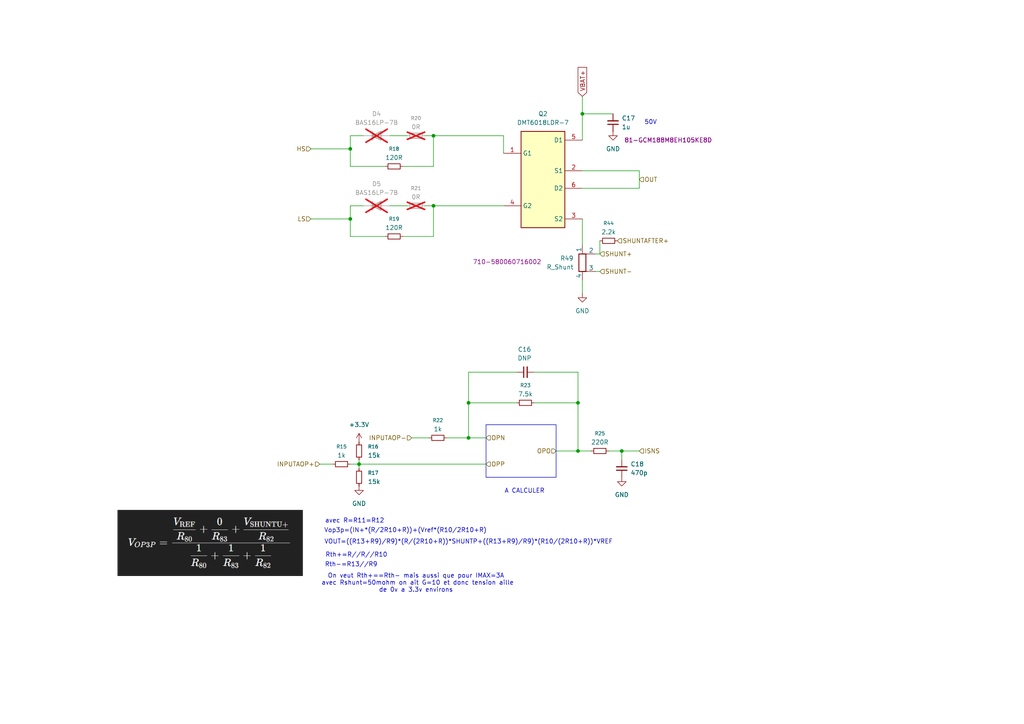
<source format=kicad_sch>
(kicad_sch (version 20250114) (generator "eeschema") (generator_version "9.0")
  (paper "A4")
  (lib_symbols
    (symbol "Device:C_Small" (pin_numbers (hide yes)) (pin_names (offset 0.254) (hide yes))
      (property "Reference" "C" (at 0.254 1.778 0))
      (property "Value" "C_Small" (at 0.254 -2.032 0))
      (symbol "C_Small_0_1"
        (polyline (pts (xy -1.524 0.508) (xy 1.524 0.508)) (stroke (width 0.3048)))
        (polyline (pts (xy -1.524 -0.508) (xy 1.524 -0.508)) (stroke (width 0.3302)))
      )
      (symbol "C_Small_1_1"
        (pin passive line (at 0 2.54 270) (length 2.032) (name "~") (number "1"))
        (pin passive line (at 0 -2.54 90) (length 2.032) (name "~") (number "2"))
      )
    )
    (symbol "Device:R_Shunt" (pin_numbers (hide yes)) (pin_names (offset 0))
      (property "Reference" "R" (at -4.445 0 90))
      (property "Value" "R_Shunt" (at -2.54 0 90))
      (symbol "R_Shunt_0_1"
        (rectangle (start -1.016 -2.54) (end 1.016 2.54) (stroke (width 0.254)))
        (polyline (pts (xy 0 -2.54) (xy 1.27 -2.54)))
        (polyline (pts (xy 1.27 2.54) (xy 0 2.54)))
      )
      (symbol "R_Shunt_1_1"
        (pin passive line (at 0 5.08 270) (length 2.54) (name "1") (number "1"))
        (pin passive line (at 0 -5.08 90) (length 2.54) (name "4") (number "4"))
        (pin passive line (at 3.81 2.54 180) (length 2.54) (name "2") (number "2"))
        (pin passive line (at 3.81 -2.54 180) (length 2.54) (name "3") (number "3"))
      )
    )
    (symbol "Device:R_Small" (pin_numbers (hide yes)) (pin_names (offset 0.254) (hide yes))
      (property "Reference" "R" (at 0 0 90))
      (property "Value" "R_Small" (at 1.778 0 90))
      (symbol "R_Small_0_1"
        (rectangle (start -0.762 1.778) (end 0.762 -1.778) (stroke (width 0.2032)))
      )
      (symbol "R_Small_1_1"
        (pin passive line (at 0 2.54 270) (length 0.762) (name "~") (number "1"))
        (pin passive line (at 0 -2.54 90) (length 0.762) (name "~") (number "2"))
      )
    )
    (symbol "Diode:1N4148WT" (pin_numbers (hide yes)) (pin_names (hide yes))
      (property "Reference" "D" (at 0 2.54 0))
      (property "Value" "1N4148WT" (at 0 -2.54 0))
      (symbol "1N4148WT_0_1"
        (polyline (pts (xy -1.27 1.27) (xy -1.27 -1.27)) (stroke (width 0.254)))
        (polyline (pts (xy 1.27 1.27) (xy 1.27 -1.27) (xy -1.27 0) (xy 1.27 1.27)) (stroke (width 0.254)))
        (polyline (pts (xy 1.27 0) (xy -1.27 0)))
      )
      (symbol "1N4148WT_1_1"
        (pin passive line (at -3.81 0 0) (length 2.54) (name "K") (number "1"))
        (pin passive line (at 3.81 0 180) (length 2.54) (name "A") (number "2"))
      )
    )
    (symbol "power:+3.3V" (power) (pin_numbers (hide yes)) (pin_names (offset 0) (hide yes))
      (property "Value" "+3.3V" (at 0 3.556 0))
      (symbol "+3.3V_0_1"
        (polyline (pts (xy -0.762 1.27) (xy 0 2.54)))
        (polyline (pts (xy 0 2.54) (xy 0.762 1.27)))
        (polyline (pts (xy 0 0) (xy 0 2.54)))
      )
      (symbol "+3.3V_1_1"
        (pin power_in line (at 0 0 90) (length 0) (name "~") (number "1"))
      )
    )
    (symbol "power:GND" (power) (pin_numbers (hide yes)) (pin_names (offset 0) (hide yes))
      (property "Value" "GND" (at 0 -3.81 0))
      (symbol "GND_0_1"
        (polyline (pts (xy 0 0) (xy 0 -1.27) (xy 1.27 -1.27) (xy 0 -2.54) (xy -1.27 -1.27) (xy 0 -1.27)))
      )
      (symbol "GND_1_1"
        (pin power_in line (at 0 0 270) (length 0) (name "~") (number "1"))
      )
    )
    (symbol "samacsys:DMT6018LDR-7"
      (property "Reference" "Q" (at 19.05 7.62 0))
      (property "Value" "DMT6018LDR-7" (at 19.05 5.08 0))
      (symbol "DMT6018LDR-7_1_1"
        (rectangle (start 5.08 11.43) (end 17.78 -16.51) (stroke (width 0.254)) (fill (type background)))
        (pin passive line (at 0 5.08 0) (length 5.08) (name "G1") (number "1"))
        (pin passive line (at 0 -10.16 0) (length 5.08) (name "G2") (number "4"))
        (pin passive line (at 22.86 8.89 180) (length 5.08) (name "D1") (number "5"))
        (pin passive line (at 22.86 0 180) (length 5.08) (name "S1") (number "2"))
        (pin passive line (at 22.86 -5.08 180) (length 5.08) (name "D2") (number "6"))
        (pin passive line (at 22.86 -13.97 180) (length 5.08) (name "S2") (number "3"))
      )
    )
  )
  (text "VOUT=((R13+R9)/R9)*(R/(2R10+R))*SHUNTP+((R13+R9)/R9)*(R10/(2R10+R))*VREF" (at 135.89 157.226 0) (effects (font (size 1.27 1.27))))
  (text "Rth+=R//R//R10" (at 103.378 161.036 0) (effects (font (size 1.27 1.27))))
  (text "Vop3p=(IN+*(R/2R10+R))+(Vref*(R10/2R10+R)" (at 117.602 153.924 0) (effects (font (size 1.27 1.27))))
  (text "avec R=R11=R12" (at 102.87 151.13 0) (effects (font (size 1.27 1.27))))
  (text "50V" (at 188.722 35.56 0) (effects (font (size 1.27 1.27))))
  (text "A CALCULER\n" (at 152.146 142.494 0) (effects (font (size 1.27 1.27))))
  (text "Rth-=R13//R9" (at 101.854 163.83 0) (effects (font (size 1.27 1.27))))
  (text "On veut Rth+==Rth- mais aussi que pour IMAX=3A\n avec Rshunt=50mohm on ait G=10 et donc tension aille\n de 0v a 3.3v environs " (at 120.65 169.164 0) (effects (font (size 1.27 1.27))))
  (junction (at 125.73 59.69))
  (junction (at 125.73 39.37))
  (junction (at 168.91 33.02))
  (junction (at 167.64 116.84))
  (junction (at 167.64 130.81))
  (junction (at 101.6 43.18))
  (junction (at 135.89 116.84))
  (junction (at 135.89 127))
  (junction (at 180.34 130.81))
  (junction (at 104.14 134.62))
  (junction (at 101.6 63.5))
  (wire (pts (xy 101.6 43.18) (xy 101.6 48.26)))
  (polyline (pts (xy 161.29 123.19) (xy 161.29 138.43)))
  (wire (pts (xy 149.86 107.95) (xy 135.89 107.95)))
  (wire (pts (xy 135.89 107.95) (xy 135.89 116.84)))
  (wire (pts (xy 173.99 69.85) (xy 173.99 73.66)))
  (wire (pts (xy 101.6 59.69) (xy 101.6 63.5)))
  (wire (pts (xy 116.84 68.58) (xy 125.73 68.58)))
  (wire (pts (xy 90.17 63.5) (xy 101.6 63.5)))
  (wire (pts (xy 167.64 107.95) (xy 167.64 116.84)))
  (wire (pts (xy 101.6 39.37) (xy 101.6 43.18)))
  (wire (pts (xy 125.73 59.69) (xy 123.19 59.69)))
  (wire (pts (xy 113.03 59.69) (xy 118.11 59.69)))
  (wire (pts (xy 125.73 39.37) (xy 123.19 39.37)))
  (wire (pts (xy 161.29 130.81) (xy 167.64 130.81)))
  (wire (pts (xy 104.14 134.62) (xy 104.14 133.35)))
  (wire (pts (xy 180.34 133.35) (xy 180.34 130.81)))
  (wire (pts (xy 168.91 49.53) (xy 185.42 49.53)))
  (wire (pts (xy 168.91 33.02) (xy 168.91 40.64)))
  (wire (pts (xy 101.6 134.62) (xy 104.14 134.62)))
  (wire (pts (xy 104.14 134.62) (xy 140.97 134.62)))
  (wire (pts (xy 90.17 43.18) (xy 101.6 43.18)))
  (polyline (pts (xy 140.97 123.19) (xy 140.97 138.43)))
  (wire (pts (xy 125.73 48.26) (xy 125.73 39.37)))
  (wire (pts (xy 185.42 54.61) (xy 168.91 54.61)))
  (wire (pts (xy 101.6 39.37) (xy 105.41 39.37)))
  (wire (pts (xy 149.86 116.84) (xy 135.89 116.84)))
  (wire (pts (xy 154.94 107.95) (xy 167.64 107.95)))
  (wire (pts (xy 119.38 127) (xy 124.46 127)))
  (wire (pts (xy 111.76 48.26) (xy 101.6 48.26)))
  (wire (pts (xy 168.91 63.5) (xy 168.91 71.12)))
  (polyline (pts (xy 140.97 123.19) (xy 161.29 123.19)))
  (wire (pts (xy 125.73 59.69) (xy 146.05 59.69)))
  (wire (pts (xy 172.72 73.66) (xy 173.99 73.66)))
  (wire (pts (xy 180.34 130.81) (xy 185.42 130.81)))
  (wire (pts (xy 185.42 49.53) (xy 185.42 54.61)))
  (wire (pts (xy 167.64 116.84) (xy 167.64 130.81)))
  (wire (pts (xy 167.64 130.81) (xy 171.45 130.81)))
  (wire (pts (xy 135.89 116.84) (xy 135.89 127)))
  (wire (pts (xy 180.34 130.81) (xy 176.53 130.81)))
  (wire (pts (xy 168.91 33.02) (xy 177.8 33.02)))
  (wire (pts (xy 135.89 127) (xy 140.97 127)))
  (wire (pts (xy 129.54 127) (xy 135.89 127)))
  (wire (pts (xy 111.76 68.58) (xy 101.6 68.58)))
  (wire (pts (xy 125.73 68.58) (xy 125.73 59.69)))
  (wire (pts (xy 101.6 63.5) (xy 101.6 68.58)))
  (wire (pts (xy 173.99 78.74) (xy 172.72 78.74)))
  (wire (pts (xy 116.84 48.26) (xy 125.73 48.26)))
  (wire (pts (xy 168.91 27.94) (xy 168.91 33.02)))
  (wire (pts (xy 125.73 39.37) (xy 146.05 39.37)))
  (wire (pts (xy 104.14 134.62) (xy 104.14 135.89)))
  (wire (pts (xy 168.91 81.28) (xy 168.91 85.09)))
  (wire (pts (xy 154.94 116.84) (xy 167.64 116.84)))
  (wire (pts (xy 101.6 59.69) (xy 105.41 59.69)))
  (polyline (pts (xy 161.29 138.43) (xy 140.97 138.43)))
  (wire (pts (xy 113.03 39.37) (xy 118.11 39.37)))
  (wire (pts (xy 92.71 134.62) (xy 96.52 134.62)))
  (wire (pts (xy 146.05 39.37) (xy 146.05 44.45)))
  (image (at 60.96 157.48) (scale 0.383383))
  (global_label "VBAT+" (shape input) (at 168.91 27.94 90) (property "Intersheetrefs" "${INTERSHEET_REFS}" (effects (hide yes))))
  (hierarchical_label "INPUTAOP-" (shape input) (at 119.38 127 180))
  (hierarchical_label "OPO" (shape input) (at 161.29 130.81 180))
  (hierarchical_label "LS" (shape input) (at 90.17 63.5 180))
  (hierarchical_label "ISNS" (shape input) (at 185.42 130.81 0))
  (hierarchical_label "SHUNT+" (shape input) (at 173.99 73.66 0))
  (hierarchical_label "OPP" (shape input) (at 140.97 134.62 0))
  (hierarchical_label "SHUNTAFTER+" (shape input) (at 179.07 69.85 0))
  (hierarchical_label "OPN" (shape input) (at 140.97 127 0))
  (hierarchical_label "INPUTAOP+" (shape input) (at 92.71 134.62 180))
  (hierarchical_label "HS" (shape input) (at 90.17 43.18 180))
  (hierarchical_label "OUT" (shape input) (at 185.42 52.07 0))
  (hierarchical_label "SHUNT-" (shape input) (at 173.99 78.74 0))
  (symbol (lib_id "Device:R_Small") (at 114.3 48.26 90) (unit 1)
    (property "Reference" "R5" (at 114.3 43.18 90) (effects (font (size 1.016 1.016))))
    (property "Value" "120R" (at 114.3 45.72 90))
    (property "Footprint" "Resistor_SMD:R_0201_0603Metric_Pad0.64x0.40mm_HandSolder" (effects (hide yes)))
    (property "Description" "Resistor, small symbol" (effects (hide yes)))
    (instances (project "FOC_CONTROLLER_V1" (path "" (reference "R18") (unit 1)) (path "" (reference "R5") (unit 1)) (path "" (reference "R29") (unit 1))))
  )
  (symbol (lib_id "Device:R_Small") (at 176.53 69.85 90) (unit 1)
    (property "Reference" "R43" (at 176.53 64.77 90) (effects (font (size 1.016 1.016))))
    (property "Value" "2.2k" (at 176.53 67.31 90))
    (property "Footprint" "Resistor_SMD:R_0201_0603Metric_Pad0.64x0.40mm_HandSolder" (effects (hide yes)))
    (property "Description" "Resistor, small symbol" (effects (hide yes)))
    (instances (project "FOC_CONTROLLER_V1" (path "" (reference "R44") (unit 1)) (path "" (reference "R43") (unit 1)) (path "" (reference "R45") (unit 1))))
  )
  (symbol (lib_id "power:GND") (at 168.91 85.09 0) (unit 1)
    (property "Reference" "#PWR018" (effects (hide yes)))
    (property "Value" "GND" (at 168.91 90.17 0))
    (property "Description" "Power symbol creates a global label with name \"GND\" , ground" (effects (hide yes)))
    (instances (project "FOC_CONTROLLER_V1" (path "" (reference "#PWR023") (unit 1)) (path "" (reference "#PWR018") (unit 1)) (path "" (reference "#PWR027") (unit 1))))
  )
  (symbol (lib_id "power:GND") (at 177.8 38.1 0) (unit 1)
    (property "Reference" "#PWR017" (effects (hide yes)))
    (property "Value" "GND" (at 177.8 43.18 0))
    (property "Description" "Power symbol creates a global label with name \"GND\" , ground" (effects (hide yes)))
    (instances (project "FOC_CONTROLLER_V1" (path "" (reference "#PWR024") (unit 1)) (path "" (reference "#PWR017") (unit 1)) (path "" (reference "#PWR028") (unit 1))))
  )
  (symbol (lib_id "Device:R_Small") (at 152.4 116.84 90) (unit 1)
    (property "Reference" "R13" (at 152.4 111.76 90) (effects (font (size 1.016 1.016))))
    (property "Value" "7.5k" (at 152.4 114.3 90))
    (property "Footprint" "Resistor_SMD:R_0201_0603Metric_Pad0.64x0.40mm_HandSolder" (effects (hide yes)))
    (property "Description" "Resistor, small symbol" (effects (hide yes)))
    (instances (project "FOC_CONTROLLER_V1" (path "" (reference "R23") (unit 1)) (path "" (reference "R13") (unit 1)) (path "" (reference "R34") (unit 1))))
  )
  (symbol (lib_id "Device:R_Small") (at 99.06 134.62 90) (unit 1)
    (property "Reference" "R10" (at 99.06 129.54 90) (effects (font (size 1.016 1.016))))
    (property "Value" "1k" (at 99.06 132.08 90))
    (property "Footprint" "Resistor_SMD:R_0201_0603Metric_Pad0.64x0.40mm_HandSolder" (effects (hide yes)))
    (property "Description" "Resistor, small symbol" (effects (hide yes)))
    (instances (project "FOC_CONTROLLER_V1" (path "" (reference "R15") (unit 1)) (path "" (reference "R10") (unit 1)) (path "" (reference "R26") (unit 1))))
  )
  (symbol (lib_id "Device:R_Small") (at 120.65 39.37 90) (unit 1) (dnp yes)
    (property "Reference" "R4" (at 120.65 34.29 90) (effects (font (size 1.016 1.016))))
    (property "Value" "0R" (at 120.65 36.83 90))
    (property "Footprint" "Resistor_SMD:R_0201_0603Metric_Pad0.64x0.40mm_HandSolder" (effects (hide yes)))
    (property "Description" "Resistor, small symbol" (effects (hide yes)))
    (instances (project "FOC_CONTROLLER_V1" (path "" (reference "R20") (unit 1)) (path "" (reference "R4") (unit 1)) (path "" (reference "R31") (unit 1))))
  )
  (symbol (lib_id "Diode:1N4148WT") (at 109.22 39.37 0) (unit 1) (dnp yes)
    (property "Reference" "D2" (at 109.22 33.02 0))
    (property "Value" "BAS16LP-7B" (at 109.22 35.56 0))
    (property "Footprint" "Diode_SMD:D_01005_0402Metric_Pad0.57x0.30mm_HandSolder" (effects (hide yes)))
    (property "Datasheet" "https://www.diodes.com/assets/Datasheets/ds30396.pdf" (effects (hide yes)))
    (property "Description" "75V 0.15A Fast switching Diode, SOD-523" (effects (hide yes)))
    (property "Sim.Device" "D" (effects (hide yes)))
    (property "Sim.Pins" "1=K 2=A" (effects (hide yes)))
    (instances (project "FOC_CONTROLLER_V1" (path "" (reference "D4") (unit 1)) (path "" (reference "D2") (unit 1)) (path "" (reference "D6") (unit 1))))
  )
  (symbol (lib_id "Device:R_Small") (at 127 127 90) (unit 1)
    (property "Reference" "R9" (at 127 121.92 90) (effects (font (size 1.016 1.016))))
    (property "Value" "1k" (at 127 124.46 90))
    (property "Footprint" "Resistor_SMD:R_0201_0603Metric_Pad0.64x0.40mm_HandSolder" (effects (hide yes)))
    (property "Description" "Resistor, small symbol" (effects (hide yes)))
    (instances (project "FOC_CONTROLLER_V1" (path "" (reference "R22") (unit 1)) (path "" (reference "R9") (unit 1)) (path "" (reference "R33") (unit 1))))
  )
  (symbol (lib_id "Device:C_Small") (at 177.8 35.56 180) (unit 1)
    (property "Reference" "C13" (at 180.34 34.2835 0) (effects (justify right)))
    (property "Value" "1u" (at 180.34 36.8235 0) (effects (justify right)))
    (property "Footprint" "Capacitor_SMD:C_0603_1608Metric" (effects (hide yes)))
    (property "Description" "Unpolarized capacitor, small symbol" (effects (hide yes)))
    (property "Manufacturer_Part_Number" "GCM188M8EH105KE8D" (effects (hide yes)))
    (property "Mouser Part Number" "81-GCM188M8EH105KE8D" (at 193.802 40.64 0))
    (instances (project "FOC_CONTROLLER_V1" (path "" (reference "C17") (unit 1)) (path "" (reference "C13") (unit 1)) (path "" (reference "C20") (unit 1))))
  )
  (symbol (lib_id "Device:R_Small") (at 104.14 130.81 0) (unit 1)
    (property "Reference" "R12" (at 106.68 129.5399 0) (effects (font (size 1.016 1.016)) (justify left)))
    (property "Value" "15k" (at 106.68 132.0799 0) (effects (justify left)))
    (property "Footprint" "Resistor_SMD:R_0201_0603Metric_Pad0.64x0.40mm_HandSolder" (effects (hide yes)))
    (property "Description" "Resistor, small symbol" (effects (hide yes)))
    (instances (project "FOC_CONTROLLER_V1" (path "" (reference "R16") (unit 1)) (path "" (reference "R12") (unit 1)) (path "" (reference "R27") (unit 1))))
  )
  (symbol (lib_id "Device:R_Small") (at 114.3 68.58 90) (unit 1)
    (property "Reference" "R6" (at 114.3 63.5 90) (effects (font (size 1.016 1.016))))
    (property "Value" "120R" (at 114.3 66.04 90))
    (property "Footprint" "Resistor_SMD:R_0201_0603Metric_Pad0.64x0.40mm_HandSolder" (effects (hide yes)))
    (property "Description" "Resistor, small symbol" (effects (hide yes)))
    (instances (project "FOC_CONTROLLER_V1" (path "" (reference "R19") (unit 1)) (path "" (reference "R6") (unit 1)) (path "" (reference "R30") (unit 1))))
  )
  (symbol (lib_id "Device:R_Shunt") (at 168.91 76.2 0) (unit 1)
    (property "Reference" "R48" (at 166.37 74.9299 0) (effects (justify right)))
    (property "Value" "R_Shunt" (at 166.37 77.4699 0) (effects (justify right)))
    (property "Footprint" "samacsys:4wire_0603" (effects (hide yes)))
    (property "Description" "Shunt resistor" (effects (hide yes)))
    (property "Manufacturer_Part_Number" "580060716002" (effects (hide yes)))
    (property "Mouser Part Number" "710-580060716002" (at 147.066 75.946 0))
    (instances (project "" (path "" (reference "R49") (unit 1)) (path "" (reference "R48") (unit 1)) (path "" (reference "R50") (unit 1))))
  )
  (symbol (lib_id "Device:C_Small") (at 152.4 107.95 90) (unit 1)
    (property "Reference" "C14" (at 152.146 101.346 90))
    (property "Value" "DNP" (at 152.146 103.886 90))
    (property "Footprint" "Capacitor_SMD:C_0201_0603Metric_Pad0.64x0.40mm_HandSolder" (effects (hide yes)))
    (property "Description" "Unpolarized capacitor, small symbol" (effects (hide yes)))
    (instances (project "FOC_CONTROLLER_V1" (path "" (reference "C16") (unit 1)) (path "" (reference "C14") (unit 1)) (path "" (reference "C19") (unit 1))))
  )
  (symbol (lib_id "Device:R_Small") (at 104.14 138.43 0) (unit 1)
    (property "Reference" "R11" (at 106.68 137.1599 0) (effects (font (size 1.016 1.016)) (justify left)))
    (property "Value" "15k" (at 106.68 139.6999 0) (effects (justify left)))
    (property "Footprint" "Resistor_SMD:R_0201_0603Metric_Pad0.64x0.40mm_HandSolder" (effects (hide yes)))
    (property "Description" "Resistor, small symbol" (effects (hide yes)))
    (instances (project "FOC_CONTROLLER_V1" (path "" (reference "R17") (unit 1)) (path "" (reference "R11") (unit 1)) (path "" (reference "R28") (unit 1))))
  )
  (symbol (lib_id "power:GND") (at 180.34 138.43 0) (unit 1)
    (property "Reference" "#PWR034" (effects (hide yes)))
    (property "Value" "GND" (at 180.34 143.51 0))
    (property "Description" "Power symbol creates a global label with name \"GND\" , ground" (effects (hide yes)))
    (instances (project "FOC_CONTROLLER_V1" (path "" (reference "#PWR035") (unit 1)) (path "" (reference "#PWR034") (unit 1)) (path "" (reference "#PWR036") (unit 1))))
  )
  (symbol (lib_id "Diode:1N4148WT") (at 109.22 59.69 0) (unit 1) (dnp yes)
    (property "Reference" "D3" (at 109.22 53.34 0))
    (property "Value" "BAS16LP-7B" (at 109.22 55.88 0))
    (property "Footprint" "Diode_SMD:D_01005_0402Metric_Pad0.57x0.30mm_HandSolder" (effects (hide yes)))
    (property "Datasheet" "https://www.diodes.com/assets/Datasheets/ds30396.pdf" (effects (hide yes)))
    (property "Description" "75V 0.15A Fast switching Diode, SOD-523" (effects (hide yes)))
    (property "Sim.Device" "D" (effects (hide yes)))
    (property "Sim.Pins" "1=K 2=A" (effects (hide yes)))
    (instances (project "FOC_CONTROLLER_V1" (path "" (reference "D5") (unit 1)) (path "" (reference "D3") (unit 1)) (path "" (reference "D7") (unit 1))))
  )
  (symbol (lib_id "Device:R_Small") (at 173.99 130.81 90) (unit 1)
    (property "Reference" "R14" (at 173.99 125.73 90) (effects (font (size 1.016 1.016))))
    (property "Value" "220R" (at 173.99 128.27 90))
    (property "Footprint" "Resistor_SMD:R_0201_0603Metric_Pad0.64x0.40mm_HandSolder" (effects (hide yes)))
    (property "Description" "Resistor, small symbol" (effects (hide yes)))
    (instances (project "FOC_CONTROLLER_V1" (path "" (reference "R25") (unit 1)) (path "" (reference "R14") (unit 1)) (path "" (reference "R36") (unit 1))))
  )
  (symbol (lib_id "Device:R_Small") (at 120.65 59.69 90) (unit 1) (dnp yes)
    (property "Reference" "R7" (at 120.65 54.61 90) (effects (font (size 1.016 1.016))))
    (property "Value" "0R" (at 120.65 57.15 90))
    (property "Footprint" "Resistor_SMD:R_0201_0603Metric_Pad0.64x0.40mm_HandSolder" (effects (hide yes)))
    (property "Description" "Resistor, small symbol" (effects (hide yes)))
    (instances (project "FOC_CONTROLLER_V1" (path "" (reference "R21") (unit 1)) (path "" (reference "R7") (unit 1)) (path "" (reference "R32") (unit 1))))
  )
  (symbol (lib_id "samacsys:DMT6018LDR-7") (at 146.05 49.53 0) (unit 1)
    (property "Reference" "Q1" (at 157.48 33.02 0))
    (property "Value" "DMT6018LDR-7" (at 157.48 35.56 0))
    (property "Footprint" "samacsys:DMT6018LDR7" (effects (hide yes)))
    (property "Datasheet" "https://www.diodes.com/assets/Datasheets/DMT6018LDR.pdf" (effects (hide yes)))
    (property "Description" "DIODES INC. - DMT6018LDR-7 - Dual MOSFET, N Channel, 60 V, 60 V, 8.8 A, 8.8 A, 0.013 ohm" (effects (hide yes)))
    (property "Height" "0.85" (effects (hide yes)))
    (property "Manufacturer_Name" "Diodes Incorporated" (effects (hide yes)))
    (property "Manufacturer_Part_Number" "DMT6018LDR-7" (effects (hide yes)))
    (property "Mouser Part Number" "621-DMT6018LDR-7" (effects (hide yes)))
    (property "Mouser Price/Stock" "https://www.mouser.co.uk/ProductDetail/Diodes-Incorporated/DMT6018LDR-7?qs=4EhzHfbM1GhfDx1FS0oSLQ%3D%3D" (effects (hide yes)))
    (property "Arrow Part Number" "DMT6018LDR-7" (effects (hide yes)))
    (property "Arrow Price/Stock" "https://www.arrow.com/en/products/dmt6018ldr-7/diodes-incorporated?utm_currency=USD&region=nac" (effects (hide yes)))
    (instances (project "FOC_CONTROLLER_V1" (path "" (reference "Q2") (unit 1)) (path "" (reference "Q1") (unit 1)) (path "" (reference "Q3") (unit 1))))
  )
  (symbol (lib_id "power:GND") (at 104.14 140.97 0) (unit 1)
    (property "Reference" "#PWR020" (effects (hide yes)))
    (property "Value" "GND" (at 104.14 146.05 0))
    (property "Description" "Power symbol creates a global label with name \"GND\" , ground" (effects (hide yes)))
    (instances (project "FOC_CONTROLLER_V1" (path "" (reference "#PWR022") (unit 1)) (path "" (reference "#PWR020") (unit 1)) (path "" (reference "#PWR026") (unit 1))))
  )
  (symbol (lib_id "power:+3.3V") (at 104.14 128.27 0) (unit 1)
    (property "Reference" "#PWR0101" (effects (hide yes)))
    (property "Value" "+3.3V" (at 104.14 123.19 0))
    (property "Description" "Power symbol creates a global label with name \"+3.3V\"" (effects (hide yes)))
    (instances (project "FOC_CONTROLLER_V1" (path "" (reference "#PWR021") (unit 1)) (path "" (reference "#PWR0101") (unit 1)) (path "" (reference "#PWR025") (unit 1))))
  )
  (symbol (lib_id "Device:C_Small") (at 180.34 135.89 180) (unit 1)
    (property "Reference" "C15" (at 182.88 134.6135 0) (effects (justify right)))
    (property "Value" "470p" (at 182.88 137.1535 0) (effects (justify right)))
    (property "Footprint" "Capacitor_SMD:C_0201_0603Metric_Pad0.64x0.40mm_HandSolder" (effects (hide yes)))
    (property "Description" "Unpolarized capacitor, small symbol" (effects (hide yes)))
    (instances (project "FOC_CONTROLLER_V1" (path "" (reference "C18") (unit 1)) (path "" (reference "C15") (unit 1)) (path "" (reference "C21") (unit 1))))
  )
)
</source>
